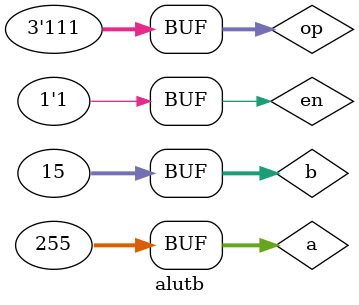
<source format=v>
`timescale 1ns / 1ps


module alutb;

	// Inputs
	reg [31:0] a;
	reg [31:0] b;
	reg en;
	reg [2:0] op;

	// Outputs
	wire [31:0] res;
	wire ack;

	// Instantiate the Unit Under Test (UUT)
	ALU uut (
		.a(a), 
		.b(b), 
		.en(en), 
		.res(res), 
		.op(op), 
		.ack(ack)
	);

	initial begin
	$monitor("$time=%g,a=%b,b=%b,en=%b,res=%b,op=%b,ack=%b",$time,a,b,en,res,op,ack);
	end

	initial begin
		// Initialize Inputs

		en = 0;
		

		// Wait 100 ns for global reset to finish
		#20;a =32'h000000ff;
		b = 32'h0000000f;
		en = 1;
		op = 3'b000;
		#20;op = 3'b001;
		#20;op = 3'b010;
		#20;op = 3'b011;
		#20;op = 3'b100;
		#20;op = 3'b101;
		#20;op = 3'b110;
		#20;op = 3'b111;
		// Add stimulus here

	end
      
endmodule


</source>
